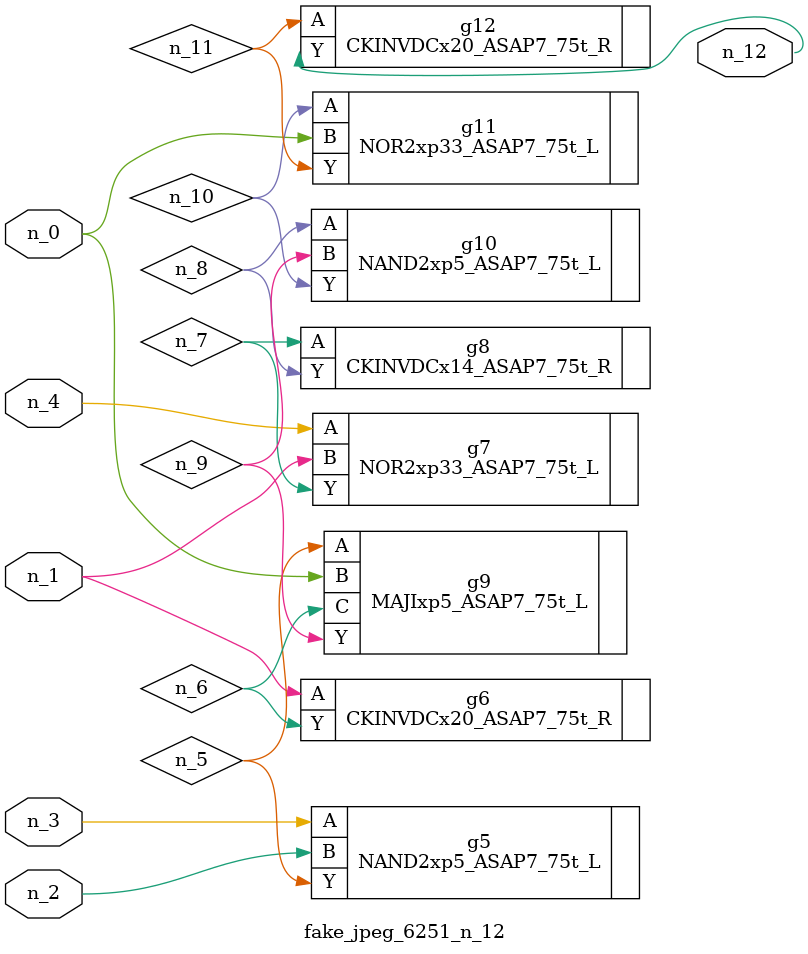
<source format=v>
module fake_jpeg_6251_n_12 (n_3, n_2, n_1, n_0, n_4, n_12);

input n_3;
input n_2;
input n_1;
input n_0;
input n_4;

output n_12;

wire n_11;
wire n_10;
wire n_8;
wire n_9;
wire n_6;
wire n_5;
wire n_7;

NAND2xp5_ASAP7_75t_L g5 ( 
.A(n_3),
.B(n_2),
.Y(n_5)
);

CKINVDCx20_ASAP7_75t_R g6 ( 
.A(n_1),
.Y(n_6)
);

NOR2xp33_ASAP7_75t_L g7 ( 
.A(n_4),
.B(n_1),
.Y(n_7)
);

CKINVDCx14_ASAP7_75t_R g8 ( 
.A(n_7),
.Y(n_8)
);

NAND2xp5_ASAP7_75t_L g10 ( 
.A(n_8),
.B(n_9),
.Y(n_10)
);

MAJIxp5_ASAP7_75t_L g9 ( 
.A(n_5),
.B(n_0),
.C(n_6),
.Y(n_9)
);

NOR2xp33_ASAP7_75t_L g11 ( 
.A(n_10),
.B(n_0),
.Y(n_11)
);

CKINVDCx20_ASAP7_75t_R g12 ( 
.A(n_11),
.Y(n_12)
);


endmodule
</source>
